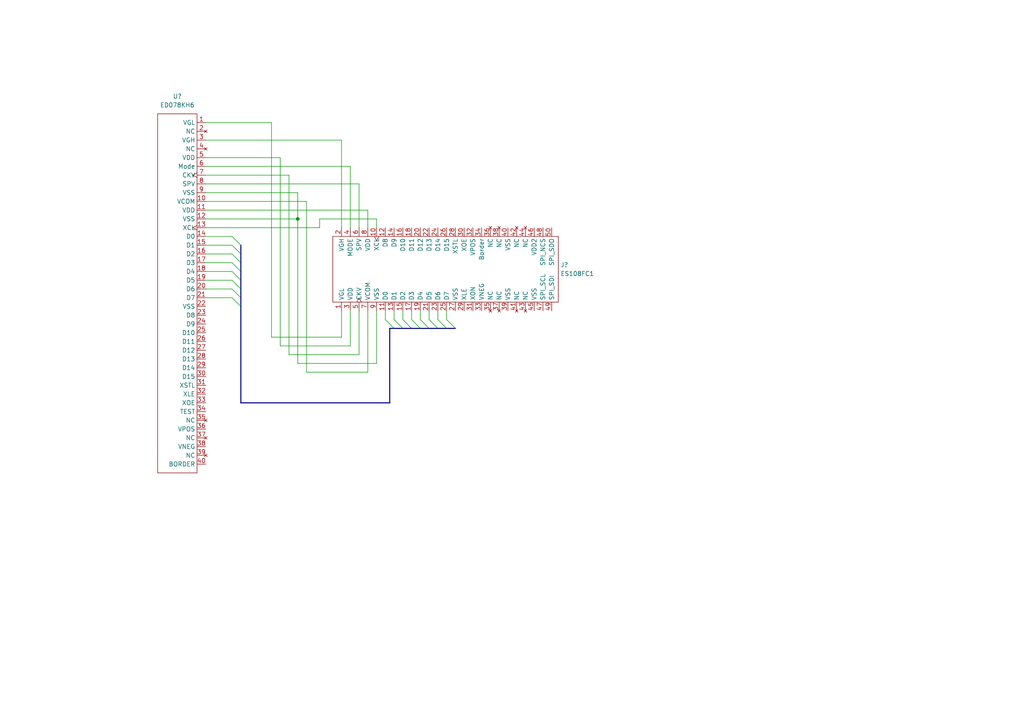
<source format=kicad_sch>
(kicad_sch (version 20211123) (generator eeschema)
  (paper "A4")
  (lib_symbols
    (symbol "epdiy:ED078KH6"
      (property "Reference" "U" (at 5.08 -104.14 0))
      (property "Value" "ED078KH6" (at 7.62 3.81 0))
      (symbol "ED078KH6_0_0"
        (pin power_in line (at 0 0 0) (length 2.54) (name "VGL") (number "1"))
        (pin power_in line (at 0 -22.86 0) (length 2.54) (name "VCOM") (number "10"))
        (pin power_in line (at 0 -25.4 0) (length 2.54) (name "VDD") (number "11"))
        (pin power_in line (at 0 -27.94 0) (length 2.54) (name "VSS") (number "12"))
        (pin input clock (at 0 -30.48 0) (length 2.54) (name "XCL") (number "13"))
        (pin input line (at 0 -33.02 0) (length 2.54) (name "D0") (number "14"))
        (pin input line (at 0 -35.56 0) (length 2.54) (name "D1") (number "15"))
        (pin input line (at 0 -38.1 0) (length 2.54) (name "D2") (number "16"))
        (pin input line (at 0 -40.64 0) (length 2.54) (name "D3") (number "17"))
        (pin input line (at 0 -43.18 0) (length 2.54) (name "D4") (number "18"))
        (pin input line (at 0 -45.72 0) (length 2.54) (name "D5") (number "19"))
        (pin no_connect line (at 0 -2.54 0) (length 2.54) (name "NC") (number "2"))
        (pin input line (at 0 -48.26 0) (length 2.54) (name "D6") (number "20"))
        (pin input line (at 0 -50.8 0) (length 2.54) (name "D7") (number "21"))
        (pin power_in line (at 0 -53.34 0) (length 2.54) (name "VSS") (number "22"))
        (pin input line (at 0 -55.88 0) (length 2.54) (name "D8") (number "23"))
        (pin input line (at 0 -58.42 0) (length 2.54) (name "D9") (number "24"))
        (pin input line (at 0 -60.96 0) (length 2.54) (name "D10") (number "25"))
        (pin input line (at 0 -63.5 0) (length 2.54) (name "D11") (number "26"))
        (pin input line (at 0 -66.04 0) (length 2.54) (name "D12") (number "27"))
        (pin input line (at 0 -68.58 0) (length 2.54) (name "D13") (number "28"))
        (pin input line (at 0 -71.12 0) (length 2.54) (name "D14") (number "29"))
        (pin power_in line (at 0 -5.08 0) (length 2.54) (name "VGH") (number "3"))
        (pin input line (at 0 -73.66 0) (length 2.54) (name "D15") (number "30"))
        (pin input line (at 0 -76.2 0) (length 2.54) (name "XSTL") (number "31"))
        (pin input line (at 0 -78.74 0) (length 2.54) (name "XLE") (number "32"))
        (pin input line (at 0 -81.28 0) (length 2.54) (name "XOE") (number "33"))
        (pin input line (at 0 -83.82 0) (length 2.54) (name "TEST") (number "34"))
        (pin no_connect line (at 0 -86.36 0) (length 2.54) (name "NC") (number "35"))
        (pin power_in line (at 0 -88.9 0) (length 2.54) (name "VPOS") (number "36"))
        (pin no_connect line (at 0 -91.44 0) (length 2.54) (name "NC") (number "37"))
        (pin power_in line (at 0 -93.98 0) (length 2.54) (name "VNEG") (number "38"))
        (pin no_connect line (at 0 -96.52 0) (length 2.54) (name "NC") (number "39"))
        (pin no_connect line (at 0 -7.62 0) (length 2.54) (name "NC") (number "4"))
        (pin power_in line (at 0 -99.06 0) (length 2.54) (name "BORDER") (number "40"))
        (pin power_in line (at 0 -10.16 0) (length 2.54) (name "VDD") (number "5"))
        (pin input line (at 0 -12.7 0) (length 2.54) (name "Mode") (number "6"))
        (pin input clock (at 0 -15.24 0) (length 2.54) (name "CKV") (number "7"))
        (pin input line (at 0 -17.78 0) (length 2.54) (name "SPV") (number "8"))
        (pin power_in line (at 0 -20.32 0) (length 2.54) (name "VSS") (number "9"))
      )
      (symbol "ED078KH6_0_1"
        (rectangle (start 2.54 2.54) (end 13.97 -101.6) (stroke (width 0.1524)))
      )
    )
    (symbol "epdiy:ES108FC1"
      (property "Reference" "J?" (at -7.62 -3.4924 90))
      (property "Value" "ES108FC1" (at -7.62 -6.0324 90))
      (symbol "ES108FC1_0_0"
        (pin power_in line (at -16.51 3.81 0) (length 2.54) (name "VGL") (number "1"))
        (pin input clock (at 7.62 -6.35 180) (length 2.54) (name "XCL") (number "10"))
        (pin input line (at -16.51 -8.89 0) (length 2.54) (name "D0") (number "11"))
        (pin input line (at 7.62 -8.89 180) (length 2.54) (name "D8") (number "12"))
        (pin input line (at -16.51 -11.43 0) (length 2.54) (name "D1") (number "13"))
        (pin input line (at 7.62 -11.43 180) (length 2.54) (name "D9") (number "14"))
        (pin input line (at -16.51 -13.97 0) (length 2.54) (name "D2") (number "15"))
        (pin input line (at 7.62 -13.97 180) (length 2.54) (name "D10") (number "16"))
        (pin input line (at -16.51 -16.51 0) (length 2.54) (name "D3") (number "17"))
        (pin input line (at 7.62 -16.51 180) (length 2.54) (name "D11") (number "18"))
        (pin input line (at -16.51 -19.05 0) (length 2.54) (name "D4") (number "19"))
        (pin power_in line (at 7.62 3.81 180) (length 2.54) (name "VGH") (number "2"))
        (pin input line (at 7.62 -19.05 180) (length 2.54) (name "D12") (number "20"))
        (pin input line (at -16.51 -21.59 0) (length 2.54) (name "D5") (number "21"))
        (pin input line (at 7.62 -21.59 180) (length 2.54) (name "D13") (number "22"))
        (pin input line (at -16.51 -24.13 0) (length 2.54) (name "D6") (number "23"))
        (pin input line (at 7.62 -24.13 180) (length 2.54) (name "D14") (number "24"))
        (pin input line (at -16.51 -26.67 0) (length 2.54) (name "D7") (number "25"))
        (pin input line (at 7.62 -26.67 180) (length 2.54) (name "D15") (number "26"))
        (pin power_in line (at -16.51 -29.21 0) (length 2.54) (name "VSS") (number "27"))
        (pin input line (at 7.62 -29.21 180) (length 2.54) (name "XSTL") (number "28"))
        (pin input line (at -16.51 -31.75 0) (length 2.54) (name "XLE") (number "29"))
        (pin power_in line (at -16.51 1.27 0) (length 2.54) (name "VDD") (number "3"))
        (pin input line (at 7.62 -31.75 180) (length 2.54) (name "XOE") (number "30"))
        (pin input line (at -16.51 -34.29 0) (length 2.54) (name "XON") (number "31"))
        (pin power_in line (at 7.62 -34.29 180) (length 2.54) (name "VPOS") (number "32"))
        (pin power_in line (at -16.51 -36.83 0) (length 2.54) (name "VNEG") (number "33"))
        (pin power_in line (at 7.62 -36.83 180) (length 2.54) (name "Border") (number "34"))
        (pin no_connect line (at -16.51 -39.37 0) (length 2.54) (name "NC") (number "35"))
        (pin no_connect line (at 7.62 -39.37 180) (length 2.54) (name "NC") (number "36"))
        (pin no_connect line (at -16.51 -41.91 0) (length 2.54) (name "NC") (number "37"))
        (pin no_connect line (at 7.62 -41.91 180) (length 2.54) (name "NC") (number "38"))
        (pin power_in line (at -16.51 -44.45 0) (length 2.54) (name "VSS") (number "39"))
        (pin input line (at 7.62 1.27 180) (length 2.54) (name "MODE") (number "4"))
        (pin power_in line (at 7.62 -44.45 180) (length 2.54) (name "VSS") (number "40"))
        (pin no_connect line (at -16.51 -46.99 0) (length 2.54) (name "NC") (number "41"))
        (pin no_connect line (at 7.62 -46.99 180) (length 2.54) (name "NC") (number "42"))
        (pin no_connect line (at -16.51 -49.53 0) (length 2.54) (name "NC") (number "43"))
        (pin no_connect line (at 7.62 -49.53 180) (length 2.54) (name "NC") (number "44"))
        (pin power_in line (at -16.51 -52.07 0) (length 2.54) (name "VSS") (number "45"))
        (pin power_in line (at 7.62 -52.07 180) (length 2.54) (name "VDD2") (number "46"))
        (pin input line (at -16.51 -54.61 0) (length 2.54) (name "SPI_SCL") (number "47"))
        (pin input line (at 7.62 -54.61 180) (length 2.54) (name "SPI_NCS") (number "48"))
        (pin input line (at -16.51 -57.15 0) (length 2.54) (name "SPI_SDI") (number "49"))
        (pin input clock (at -16.51 -1.27 0) (length 2.54) (name "CKV") (number "5"))
        (pin output line (at 7.62 -57.15 180) (length 2.54) (name "SPI_SDO") (number "50"))
        (pin input line (at 7.62 -1.27 180) (length 2.54) (name "SPV") (number "6"))
        (pin power_in line (at -16.51 -3.81 0) (length 2.54) (name "VCOM") (number "7"))
        (pin power_in line (at 7.62 -3.81 180) (length 2.54) (name "VDD") (number "8"))
        (pin power_in line (at -16.51 -6.35 0) (length 2.54) (name "VSS") (number "9"))
      )
      (symbol "ES108FC1_0_1"
        (rectangle (start -13.97 6.35) (end 5.08 -59.055))
      )
    )
  )
  (junction (at 86.36 63.5))
  (bus_entry (at 111.76 92.71) (size 2.54 2.54))
  (bus_entry (at 114.3 92.71) (size 2.54 2.54))
  (bus_entry (at 116.84 92.71) (size 2.54 2.54))
  (bus_entry (at 119.38 92.71) (size 2.54 2.54))
  (bus_entry (at 121.92 92.71) (size 2.54 2.54))
  (bus_entry (at 124.46 92.71) (size 2.54 2.54))
  (bus_entry (at 127 92.71) (size 2.54 2.54))
  (bus_entry (at 129.54 92.71) (size 2.54 2.54))
  (bus_entry (at 67.31 71.12) (size 2.54 2.54))
  (bus_entry (at 67.31 73.66) (size 2.54 2.54))
  (bus_entry (at 67.31 68.58) (size 2.54 2.54))
  (bus_entry (at 67.31 78.74) (size 2.54 2.54))
  (bus_entry (at 67.31 81.28) (size 2.54 2.54))
  (bus_entry (at 67.31 83.82) (size 2.54 2.54))
  (bus_entry (at 67.31 86.36) (size 2.54 2.54))
  (bus_entry (at 67.31 76.2) (size 2.54 2.54))
  (bus (pts (xy 121.92 95.25) (xy 124.46 95.25)))
  (wire (pts (xy 106.68 60.96) (xy 59.69 60.96)))
  (wire (pts (xy 59.69 76.2) (xy 67.31 76.2)))
  (wire (pts (xy 92.71 63.5) (xy 109.22 63.5)))
  (bus (pts (xy 129.54 95.25) (xy 132.08 95.25)))
  (wire (pts (xy 83.82 50.8) (xy 83.82 102.87)))
  (wire (pts (xy 59.69 86.36) (xy 67.31 86.36)))
  (wire (pts (xy 99.06 40.64) (xy 59.69 40.64)))
  (bus (pts (xy 113.03 95.25) (xy 114.3 95.25)))
  (wire (pts (xy 59.69 78.74) (xy 67.31 78.74)))
  (wire (pts (xy 104.14 53.34) (xy 104.14 66.04)))
  (wire (pts (xy 59.69 68.58) (xy 67.31 68.58)))
  (wire (pts (xy 78.74 35.56) (xy 59.69 35.56)))
  (wire (pts (xy 83.82 102.87) (xy 104.14 102.87)))
  (wire (pts (xy 81.28 100.33) (xy 101.6 100.33)))
  (wire (pts (xy 81.28 45.72) (xy 81.28 100.33)))
  (wire (pts (xy 119.38 90.17) (xy 119.38 92.71)))
  (wire (pts (xy 59.69 45.72) (xy 81.28 45.72)))
  (wire (pts (xy 111.76 90.17) (xy 111.76 92.71)))
  (wire (pts (xy 59.69 71.12) (xy 67.31 71.12)))
  (bus (pts (xy 69.85 73.66) (xy 69.85 76.2)))
  (wire (pts (xy 99.06 97.79) (xy 78.74 97.79)))
  (wire (pts (xy 88.9 107.95) (xy 106.68 107.95)))
  (wire (pts (xy 116.84 90.17) (xy 116.84 92.71)))
  (wire (pts (xy 59.69 63.5) (xy 86.36 63.5)))
  (bus (pts (xy 69.85 88.9) (xy 69.85 116.84)))
  (wire (pts (xy 106.68 66.04) (xy 106.68 60.96)))
  (bus (pts (xy 69.85 81.28) (xy 69.85 83.82)))
  (wire (pts (xy 78.74 97.79) (xy 78.74 35.56)))
  (wire (pts (xy 88.9 58.42) (xy 88.9 107.95)))
  (wire (pts (xy 86.36 55.88) (xy 86.36 63.5)))
  (bus (pts (xy 124.46 95.25) (xy 127 95.25)))
  (bus (pts (xy 69.85 86.36) (xy 69.85 88.9)))
  (wire (pts (xy 59.69 53.34) (xy 104.14 53.34)))
  (wire (pts (xy 114.3 90.17) (xy 114.3 92.71)))
  (wire (pts (xy 59.69 48.26) (xy 101.6 48.26)))
  (wire (pts (xy 101.6 100.33) (xy 101.6 90.17)))
  (wire (pts (xy 59.69 83.82) (xy 67.31 83.82)))
  (bus (pts (xy 114.3 95.25) (xy 116.84 95.25)))
  (wire (pts (xy 129.54 90.17) (xy 129.54 92.71)))
  (wire (pts (xy 99.06 66.04) (xy 99.06 40.64)))
  (wire (pts (xy 124.46 90.17) (xy 124.46 92.71)))
  (wire (pts (xy 59.69 66.04) (xy 92.71 66.04)))
  (wire (pts (xy 121.92 90.17) (xy 121.92 92.71)))
  (wire (pts (xy 109.22 63.5) (xy 109.22 66.04)))
  (wire (pts (xy 92.71 66.04) (xy 92.71 63.5)))
  (wire (pts (xy 86.36 105.41) (xy 109.22 105.41)))
  (wire (pts (xy 101.6 48.26) (xy 101.6 66.04)))
  (bus (pts (xy 116.84 95.25) (xy 119.38 95.25)))
  (bus (pts (xy 119.38 95.25) (xy 121.92 95.25)))
  (wire (pts (xy 59.69 55.88) (xy 86.36 55.88)))
  (wire (pts (xy 59.69 50.8) (xy 83.82 50.8)))
  (wire (pts (xy 127 90.17) (xy 127 92.71)))
  (bus (pts (xy 69.85 116.84) (xy 113.03 116.84)))
  (wire (pts (xy 104.14 102.87) (xy 104.14 90.17)))
  (bus (pts (xy 69.85 71.12) (xy 69.85 73.66)))
  (bus (pts (xy 127 95.25) (xy 129.54 95.25)))
  (bus (pts (xy 69.85 83.82) (xy 69.85 86.36)))
  (wire (pts (xy 59.69 81.28) (xy 67.31 81.28)))
  (bus (pts (xy 69.85 76.2) (xy 69.85 78.74)))
  (wire (pts (xy 106.68 107.95) (xy 106.68 90.17)))
  (bus (pts (xy 69.85 78.74) (xy 69.85 81.28)))
  (wire (pts (xy 109.22 105.41) (xy 109.22 90.17)))
  (wire (pts (xy 99.06 90.17) (xy 99.06 97.79)))
  (wire (pts (xy 59.69 73.66) (xy 67.31 73.66)))
  (wire (pts (xy 86.36 63.5) (xy 86.36 105.41)))
  (bus (pts (xy 113.03 95.25) (xy 113.03 116.84)))
  (wire (pts (xy 59.69 58.42) (xy 88.9 58.42)))
  (symbol (lib_id "epdiy:ED078KH6") (at 59.69 35.56 0) (mirror y) (unit 1)
    (property "Reference" "U?" (at 51.435 27.94 0))
    (property "Value" "ED078KH6" (at 51.435 30.48 0))
  )
  (symbol (lib_id "epdiy:ES108FC1") (at 102.87 73.66 90) (unit 1)
    (property "Reference" "J?" (at 162.56 76.8349 90) (effects (justify right)))
    (property "Value" "ES108FC1" (at 162.56 79.3749 90) (effects (justify right)))
  )
)
</source>
